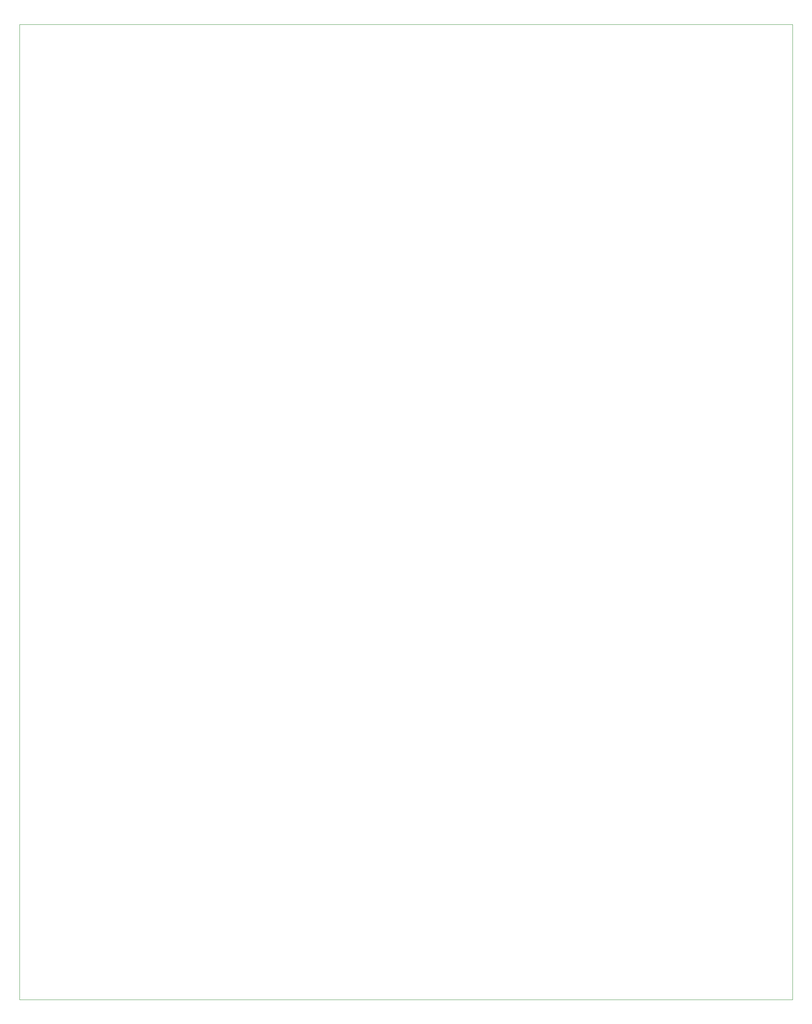
<source format=gbr>
%TF.GenerationSoftware,KiCad,Pcbnew,9.0.5*%
%TF.CreationDate,2025-11-16T19:12:02-08:00*%
%TF.ProjectId,measurementcircuit,6d656173-7572-4656-9d65-6e7463697263,rev?*%
%TF.SameCoordinates,Original*%
%TF.FileFunction,Profile,NP*%
%FSLAX46Y46*%
G04 Gerber Fmt 4.6, Leading zero omitted, Abs format (unit mm)*
G04 Created by KiCad (PCBNEW 9.0.5) date 2025-11-16 19:12:02*
%MOMM*%
%LPD*%
G01*
G04 APERTURE LIST*
%TA.AperFunction,Profile*%
%ADD10C,0.050000*%
%TD*%
G04 APERTURE END LIST*
D10*
X-195289999Y79222761D02*
X-20789999Y79222761D01*
X-20789999Y-140777239D01*
X-195289999Y-140777239D01*
X-195289999Y79222761D01*
M02*

</source>
